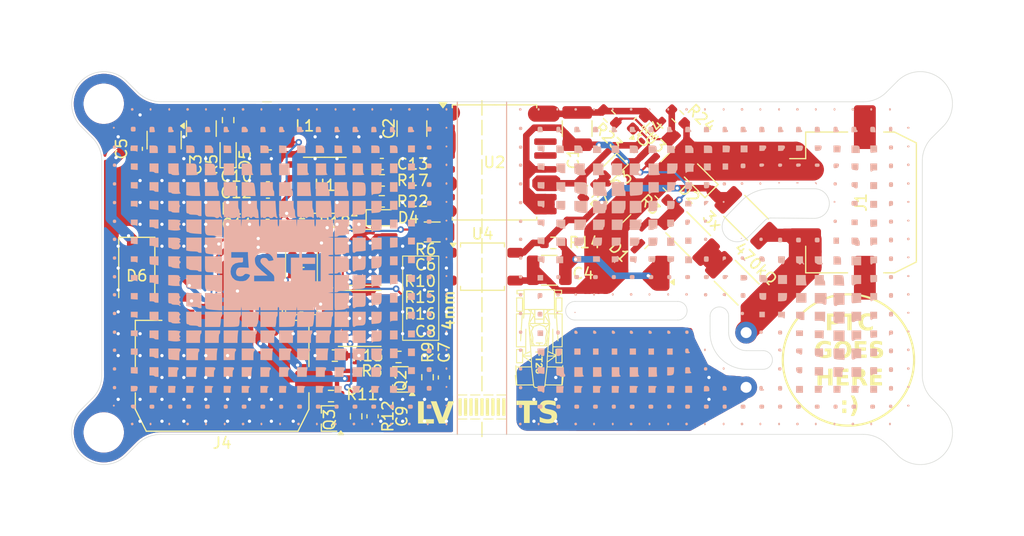
<source format=kicad_pcb>
(kicad_pcb
	(version 20240108)
	(generator "pcbnew")
	(generator_version "8.0")
	(general
		(thickness 1.6)
		(legacy_teardrops no)
	)
	(paper "A4")
	(layers
		(0 "F.Cu" signal)
		(31 "B.Cu" signal)
		(32 "B.Adhes" user "B.Adhesive")
		(33 "F.Adhes" user "F.Adhesive")
		(34 "B.Paste" user)
		(35 "F.Paste" user)
		(36 "B.SilkS" user "B.Silkscreen")
		(37 "F.SilkS" user "F.Silkscreen")
		(38 "B.Mask" user)
		(39 "F.Mask" user)
		(40 "Dwgs.User" user "User.Drawings")
		(41 "Cmts.User" user "User.Comments")
		(42 "Eco1.User" user "User.Eco1")
		(43 "Eco2.User" user "User.Eco2")
		(44 "Edge.Cuts" user)
		(45 "Margin" user)
		(46 "B.CrtYd" user "B.Courtyard")
		(47 "F.CrtYd" user "F.Courtyard")
		(48 "B.Fab" user)
		(49 "F.Fab" user)
		(50 "User.1" user)
		(51 "User.2" user)
		(52 "User.3" user)
		(53 "User.4" user)
		(54 "User.5" user)
		(55 "User.6" user)
		(56 "User.7" user)
		(57 "User.8" user)
		(58 "User.9" user)
	)
	(setup
		(stackup
			(layer "F.SilkS"
				(type "Top Silk Screen")
				(color "White")
			)
			(layer "F.Paste"
				(type "Top Solder Paste")
			)
			(layer "F.Mask"
				(type "Top Solder Mask")
				(color "Black")
				(thickness 0.01)
			)
			(layer "F.Cu"
				(type "copper")
				(thickness 0.035)
			)
			(layer "dielectric 1"
				(type "core")
				(color "FR4 natural")
				(thickness 1.51)
				(material "FR4")
				(epsilon_r 4.5)
				(loss_tangent 0.02)
			)
			(layer "B.Cu"
				(type "copper")
				(thickness 0.035)
			)
			(layer "B.Mask"
				(type "Bottom Solder Mask")
				(color "Black")
				(thickness 0.01)
			)
			(layer "B.Paste"
				(type "Bottom Solder Paste")
			)
			(layer "B.SilkS"
				(type "Bottom Silk Screen")
				(color "White")
			)
			(copper_finish "None")
			(dielectric_constraints no)
		)
		(pad_to_mask_clearance 0)
		(allow_soldermask_bridges_in_footprints no)
		(pcbplotparams
			(layerselection 0x00010fc_ffffffff)
			(plot_on_all_layers_selection 0x0000000_00000000)
			(disableapertmacros no)
			(usegerberextensions no)
			(usegerberattributes yes)
			(usegerberadvancedattributes yes)
			(creategerberjobfile yes)
			(dashed_line_dash_ratio 12.000000)
			(dashed_line_gap_ratio 3.000000)
			(svgprecision 4)
			(plotframeref no)
			(viasonmask no)
			(mode 1)
			(useauxorigin no)
			(hpglpennumber 1)
			(hpglpenspeed 20)
			(hpglpendiameter 15.000000)
			(pdf_front_fp_property_popups yes)
			(pdf_back_fp_property_popups yes)
			(dxfpolygonmode yes)
			(dxfimperialunits yes)
			(dxfusepcbnewfont yes)
			(psnegative no)
			(psa4output no)
			(plotreference yes)
			(plotvalue yes)
			(plotfptext yes)
			(plotinvisibletext no)
			(sketchpadsonfab no)
			(subtractmaskfromsilk no)
			(outputformat 1)
			(mirror no)
			(drillshape 1)
			(scaleselection 1)
			(outputdirectory "")
		)
	)
	(net 0 "")
	(net 1 "HV-")
	(net 2 "GND")
	(net 3 "Net-(U5-VO)")
	(net 4 "Net-(Q1-G)")
	(net 5 "+BATT")
	(net 6 "/RED_EN")
	(net 7 "/RED_Low")
	(net 8 "/GREEN_EN")
	(net 9 "/GREEN_Low")
	(net 10 "Net-(U1-CV)")
	(net 11 "/TRIG")
	(net 12 "/TS_Active")
	(net 13 "/Vdiv")
	(net 14 "Net-(D2-K)")
	(net 15 "Net-(D3-A)")
	(net 16 "Net-(D4-A)")
	(net 17 "HV+")
	(net 18 "/TS_OFF")
	(net 19 "/SDC")
	(net 20 "/RED_High")
	(net 21 "/GREEN_High")
	(net 22 "Net-(Q1-D)")
	(net 23 "Net-(Q2-G)")
	(net 24 "Net-(Q3-G)")
	(net 25 "Net-(R1-Pad1)")
	(net 26 "Net-(R6-Pad2)")
	(net 27 "/TS>60V")
	(net 28 "Net-(U6-ISET)")
	(net 29 "Net-(U7-ISET)")
	(net 30 "Net-(U1-DIS)")
	(net 31 "unconnected-(U2-OUTC-Pad5)")
	(net 32 "unconnected-(U2-OUTB-Pad13)")
	(net 33 "unconnected-(U2-OUTA-Pad14)")
	(net 34 "unconnected-(U2-NC-Pad7)")
	(net 35 "+3V3_HV")
	(net 36 "Net-(D5-A)")
	(net 37 "/Vref")
	(net 38 "Net-(D6-A)")
	(net 39 "unconnected-(U5-NC-Pad4)")
	(net 40 "+5V")
	(net 41 "unconnected-(U5-NC-Pad5)")
	(net 42 "unconnected-(D1-NC-Pad2)")
	(net 43 "unconnected-(J1-PadMP)")
	(net 44 "unconnected-(J1-PadMP)_1")
	(footprint "Capacitor_SMD:C_0603_1608Metric" (layer "F.Cu") (at 156.745 67.5 180))
	(footprint "Capacitor_SMD:C_0603_1608Metric" (layer "F.Cu") (at 187.6 50.7 -135))
	(footprint "Connector_Molex:Molex_Micro-Fit_3.0_43045-0810_2x04-1MP_P3.00mm_Horizontal" (layer "F.Cu") (at 149.5 66.415 180))
	(footprint "Resistor_SMD:R_0603_1608Metric" (layer "F.Cu") (at 159.8 72 180))
	(footprint "Resistor_SMD:R_0603_1608Metric" (layer "F.Cu") (at 164.0975 57.9 180))
	(footprint "Package_TO_SOT_SMD:TO-263-2" (layer "F.Cu") (at 187.1 72.675 -90))
	(footprint "Resistor_SMD:R_0603_1608Metric" (layer "F.Cu") (at 165.625 72.125 180))
	(footprint "Resistor_SMD:R_0603_1608Metric" (layer "F.Cu") (at 191.15 50.15 -45))
	(footprint "Resistor_SMD:R_2010_5025Metric" (layer "F.Cu") (at 192.105552 60.905552 -45))
	(footprint "Resistor_SMD:R_0603_1608Metric" (layer "F.Cu") (at 161.75 77.55 90))
	(footprint "Resistor_SMD:R_0603_1608Metric" (layer "F.Cu") (at 189.6 57.2 135))
	(footprint "Package_SO:SOIC-8_3.9x4.9mm_P1.27mm" (layer "F.Cu") (at 158.885 56.435 180))
	(footprint "Resistor_SMD:R_0603_1608Metric" (layer "F.Cu") (at 159.45 75.7 180))
	(footprint "Resistor_SMD:R_0603_1608Metric" (layer "F.Cu") (at 184.9 50.133363 -45))
	(footprint "Package_SO:HSOP-8-1EP_3.9x4.9mm_P1.27mm_EP2.41x3.1mm_ThermalVias" (layer "F.Cu") (at 162.075 68.6))
	(footprint "Resistor_SMD:R_0603_1608Metric" (layer "F.Cu") (at 156.75 63))
	(footprint "Capacitor_SMD:C_0603_1608Metric" (layer "F.Cu") (at 169.775 74 -90))
	(footprint "Resistor_SMD:R_2010_5025Metric" (layer "F.Cu") (at 196.535184 65.335184 -45))
	(footprint "Capacitor_SMD:C_1210_3225Metric" (layer "F.Cu") (at 181.95 51.25 -90))
	(footprint "LED_SMD:LED_0603_1608Metric" (layer "F.Cu") (at 185.043153 55.056847 -135))
	(footprint "Package_TO_SOT_SMD:SOT-323_SC-70" (layer "F.Cu") (at 165.825 74.175 180))
	(footprint "Connector_PinHeader_2.54mm:PinHeader_1x02_P2.54mm_Vertical" (layer "F.Cu") (at 197.4 72.4))
	(footprint "Capacitor_SMD:C_1210_3225Metric" (layer "F.Cu") (at 166.85 51.25 -90))
	(footprint "Package_TO_SOT_SMD:SOT-23-5_HandSoldering" (layer "F.Cu") (at 189.1 52.5 45))
	(footprint "Resistor_SMD:R_0603_1608Metric" (layer "F.Cu") (at 156.75 64.465))
	(footprint "Package_SO:SOP-4_3.8x4.1mm_P2.54mm" (layer "F.Cu") (at 173.3 63.87))
	(footprint "Connector_Molex:Molex_Micro-Fit_3.0_43650-0310_1x03-1MP_P3.00mm_Horizontal" (layer "F.Cu") (at 207.9 58 -90))
	(footprint "Package_TO_SOT_SMD:SOT-323_SC-70" (layer "F.Cu") (at 159.3 77.75 180))
	(footprint "MountingHole:MountingHole_3.2mm_M3" (layer "F.Cu") (at 138.67868 48.97868 180))
	(footprint "Resistor_SMD:R_0603_1608Metric" (layer "F.Cu") (at 156.745 66 180))
	(footprint "Capacitor_SMD:C_0603_1608Metric" (layer "F.Cu") (at 153.685 57.1 180))
	(footprint "MountingHole:MountingHole_3.2mm_M3" (layer "F.Cu") (at 213.32132 79.02132))
	(footprint "Resistor_SMD:R_0603_1608Metric" (layer "F.Cu") (at 164.0975 55.985 180))
	(footprint "Resistor_SMD:R_0603_1608Metric" (layer "F.Cu") (at 150.05 50.475 -90))
	(footprint "Capacitor_SMD:C_0603_1608Metric" (layer "F.Cu") (at 141.7 53.1 -90))
	(footprint "Resistor_SMD:R_0603_1608Metric" (layer "F.Cu") (at 153.685 58.6 180))
	(footprint "Capacitor_SMD:C_0603_1608Metric" (layer "F.Cu") (at 163.25 77.55 -90))
	(footprint "Diode_SMD:D_SOD-323" (layer "F.Cu") (at 193.1 55.825 135))
	(footprint "MountingHole:MountingHole_3.2mm_M3" (layer "F.Cu") (at 138.67868 79.02132 -90))
	(footprint "Resistor_SMD:R_0603_1608Metric" (layer "F.Cu") (at 183.1 57 45))
	(footprint "Package_SO:SOIC-16W_7.5x10.3mm_P1.27mm"
		(layer "F.Cu")
		(uuid "a41e1a9c-908b-49bf-8927-63032ed814bb")
		(at 174.4 54.345)
		(descr "SOIC, 16 Pin (JEDEC MS-013AA, https://www.analog.com/media/en/package-pcb-resources/package/pkg_pdf/soic_wide-rw/rw_16.pdf), generated with kicad-footprint-generator ipc_gullwing_generator.py")
		(tags "SOIC SO")
		(property "Reference" "U2"
			(at 0 -0.005 0)
			(layer "F.SilkS")
			(uuid "a2505e79-6b69-49e0-8e85-872e6bf30495")
			(effects
				(font
					(size 1 1)
					(thickness 0.15)
				)
			)
		)
		(property "Value" "18024215401L"
			(at 0 6.1 0)
			(layer "F.Fab")
			(uuid "996a7646-e8fe-4c18-b5f6-b49a67b34e4c")
			(effects
				(font
					(size 1 1)
					(thickness 0.15)
				)
			)
		)
		(property "Footprint" "Package_SO:SOIC-16W_7.5x10.3mm_P1.27mm"
			(at 0 0 0)
			(unlocked yes)
			(layer "F.Fab")
			(hide yes)
			(uuid "f365419b-21e4-4ee1-8c78-52fcbbe82b8f")
			(effects
				(font
					(size 1.27 1.27)
					(thickness 0.15)
				)
			)
		)
		(property "Datasheet" "https://www.we-online.com/components/products/datasheet/18024215401H.pdf"
			(at 0 0 0)
			(unlocked yes)
			(layer "F.Fab")
			(hide yes)
			(uuid "eca51651-59b7-48dd-862f-b1c922d9d190")
			(effects
				(font
					(size 1.27 1.27)
					(thickness 0.15)
				)
			)
		)
		(property "Description" ""
			(at 0 0 0)
			(unlocked yes)
			(layer "F.Fab")
			(hide yes)
			(uuid "c0c67fd9-fb34-4fe9-bd89-0b8875c44
... [806589 chars truncated]
</source>
